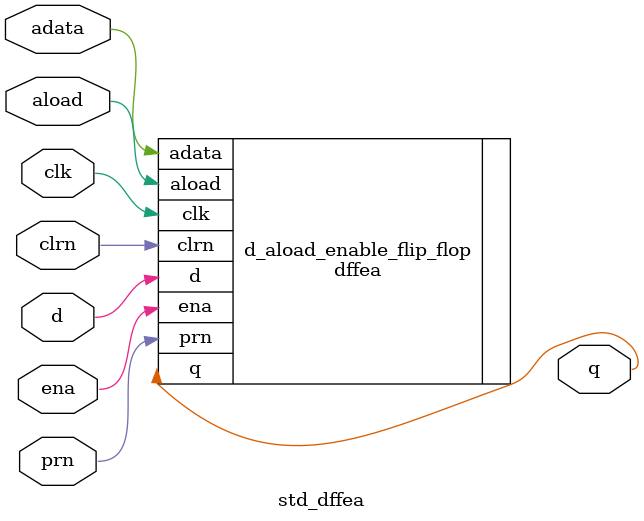
<source format=sv>
module std_dffea
(
	input d,
	input clk,
	input clrn,
	input prn,
	input ena,
	input adata,
	input aload,
	output logic q
);

`ifdef NO_PRIMITIVES

	// In Altera devices, register signals have a set priority.
	// The HDL design should reflect this priority.
	always_ff @(negedge clrn, negedge prn, posedge aload, posedge clk) begin : d_aload_enable_flip_flop
		// The asynchronous reset signal has highest priority
		if (!clrn) begin
			q <= 1'b0;
		end else if (!prn) begin
			q <= 1'b1;
		end else if (aload) begin
		// Asynchronous load has next priority
			q <= adata;
		end else if (ena) begin
			q <= d;
		end
	end : d_aload_enable_flip_flop
	
`else
	
	dffea d_aload_enable_flip_flop 
	(
		.d(d), 
		.clk(clk), 
		.clrn(clrn), 
		.prn(prn), 
		.ena(ena), 
		.adata(adata), 
		.aload(aload), 
		.q(q)
	);
	
`endif

endmodule: std_dffea
</source>
